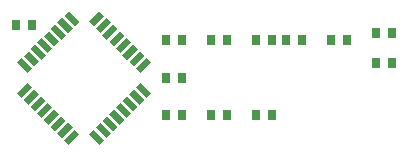
<source format=gbr>
G04 EAGLE Gerber RS-274X export*
G75*
%MOMM*%
%FSLAX34Y34*%
%LPD*%
%INSolderpaste Top*%
%IPPOS*%
%AMOC8*
5,1,8,0,0,1.08239X$1,22.5*%
G01*
%ADD10R,1.270000X0.558800*%
%ADD11R,0.558800X1.270000*%
%ADD12R,0.700000X0.900000*%


D10*
G36*
X84240Y70613D02*
X93219Y61634D01*
X89268Y57683D01*
X80289Y66662D01*
X84240Y70613D01*
G37*
G36*
X89897Y76270D02*
X98876Y67291D01*
X94925Y63340D01*
X85946Y72319D01*
X89897Y76270D01*
G37*
G36*
X95554Y81926D02*
X104533Y72947D01*
X100582Y68996D01*
X91603Y77975D01*
X95554Y81926D01*
G37*
G36*
X101211Y87583D02*
X110190Y78604D01*
X106239Y74653D01*
X97260Y83632D01*
X101211Y87583D01*
G37*
G36*
X106868Y93240D02*
X115847Y84261D01*
X111896Y80310D01*
X102917Y89289D01*
X106868Y93240D01*
G37*
G36*
X112525Y98897D02*
X121504Y89918D01*
X117553Y85967D01*
X108574Y94946D01*
X112525Y98897D01*
G37*
G36*
X118181Y104554D02*
X127160Y95575D01*
X123209Y91624D01*
X114230Y100603D01*
X118181Y104554D01*
G37*
G36*
X123838Y110211D02*
X132817Y101232D01*
X128866Y97281D01*
X119887Y106260D01*
X123838Y110211D01*
G37*
D11*
G36*
X128866Y131319D02*
X132817Y127368D01*
X123838Y118389D01*
X119887Y122340D01*
X128866Y131319D01*
G37*
G36*
X123209Y136976D02*
X127160Y133025D01*
X118181Y124046D01*
X114230Y127997D01*
X123209Y136976D01*
G37*
G36*
X117553Y142633D02*
X121504Y138682D01*
X112525Y129703D01*
X108574Y133654D01*
X117553Y142633D01*
G37*
G36*
X111896Y148290D02*
X115847Y144339D01*
X106868Y135360D01*
X102917Y139311D01*
X111896Y148290D01*
G37*
G36*
X106239Y153947D02*
X110190Y149996D01*
X101211Y141017D01*
X97260Y144968D01*
X106239Y153947D01*
G37*
G36*
X100582Y159604D02*
X104533Y155653D01*
X95554Y146674D01*
X91603Y150625D01*
X100582Y159604D01*
G37*
G36*
X94925Y165260D02*
X98876Y161309D01*
X89897Y152330D01*
X85946Y156281D01*
X94925Y165260D01*
G37*
G36*
X89268Y170917D02*
X93219Y166966D01*
X84240Y157987D01*
X80289Y161938D01*
X89268Y170917D01*
G37*
D10*
G36*
X63132Y170917D02*
X72111Y161938D01*
X68160Y157987D01*
X59181Y166966D01*
X63132Y170917D01*
G37*
G36*
X57475Y165260D02*
X66454Y156281D01*
X62503Y152330D01*
X53524Y161309D01*
X57475Y165260D01*
G37*
G36*
X51818Y159604D02*
X60797Y150625D01*
X56846Y146674D01*
X47867Y155653D01*
X51818Y159604D01*
G37*
G36*
X46161Y153947D02*
X55140Y144968D01*
X51189Y141017D01*
X42210Y149996D01*
X46161Y153947D01*
G37*
G36*
X40504Y148290D02*
X49483Y139311D01*
X45532Y135360D01*
X36553Y144339D01*
X40504Y148290D01*
G37*
G36*
X34847Y142633D02*
X43826Y133654D01*
X39875Y129703D01*
X30896Y138682D01*
X34847Y142633D01*
G37*
G36*
X29191Y136976D02*
X38170Y127997D01*
X34219Y124046D01*
X25240Y133025D01*
X29191Y136976D01*
G37*
G36*
X23534Y131319D02*
X32513Y122340D01*
X28562Y118389D01*
X19583Y127368D01*
X23534Y131319D01*
G37*
D11*
G36*
X28562Y110211D02*
X32513Y106260D01*
X23534Y97281D01*
X19583Y101232D01*
X28562Y110211D01*
G37*
G36*
X34219Y104554D02*
X38170Y100603D01*
X29191Y91624D01*
X25240Y95575D01*
X34219Y104554D01*
G37*
G36*
X39875Y98897D02*
X43826Y94946D01*
X34847Y85967D01*
X30896Y89918D01*
X39875Y98897D01*
G37*
G36*
X45532Y93240D02*
X49483Y89289D01*
X40504Y80310D01*
X36553Y84261D01*
X45532Y93240D01*
G37*
G36*
X51189Y87583D02*
X55140Y83632D01*
X46161Y74653D01*
X42210Y78604D01*
X51189Y87583D01*
G37*
G36*
X56846Y81926D02*
X60797Y77975D01*
X51818Y68996D01*
X47867Y72947D01*
X56846Y81926D01*
G37*
G36*
X62503Y76270D02*
X66454Y72319D01*
X57475Y63340D01*
X53524Y67291D01*
X62503Y76270D01*
G37*
G36*
X68160Y70613D02*
X72111Y66662D01*
X63132Y57683D01*
X59181Y61634D01*
X68160Y70613D01*
G37*
D12*
X323700Y127000D03*
X336700Y127000D03*
X145900Y114300D03*
X158900Y114300D03*
X197000Y146050D03*
X184000Y146050D03*
X235100Y146050D03*
X222100Y146050D03*
X298600Y146050D03*
X285600Y146050D03*
X235100Y82550D03*
X222100Y82550D03*
X197000Y82550D03*
X184000Y82550D03*
X158900Y146050D03*
X145900Y146050D03*
X260500Y146050D03*
X247500Y146050D03*
X158900Y82550D03*
X145900Y82550D03*
X323700Y152400D03*
X336700Y152400D03*
X18900Y158750D03*
X31900Y158750D03*
M02*

</source>
